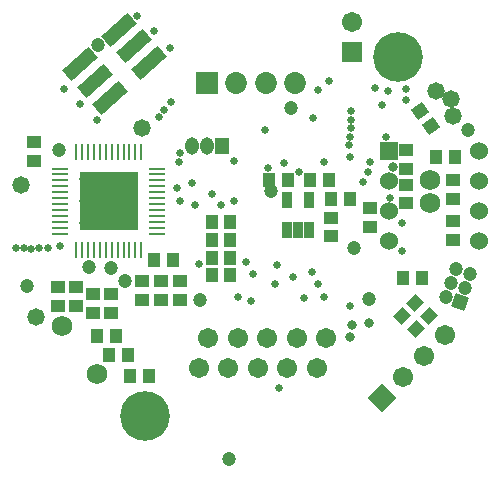
<source format=gbs>
G04*
G04 #@! TF.GenerationSoftware,Altium Limited,Altium Designer,20.0.7 (75)*
G04*
G04 Layer_Color=16711935*
%FSLAX44Y44*%
%MOMM*%
G71*
G01*
G75*
%ADD28R,1.0668X1.1684*%
%ADD30R,1.1684X1.0668*%
%ADD33R,1.2032X1.4732*%
%ADD34O,1.2032X1.4732*%
%ADD35C,1.5240*%
%ADD36R,1.5240X1.5240*%
%ADD37C,1.7032*%
%ADD38R,1.7032X1.7032*%
%ADD39C,1.7272*%
%ADD40R,1.8532X1.8532*%
%ADD41C,1.8532*%
%ADD42P,1.7016X4X385.0*%
%ADD43C,1.2032*%
%ADD44C,4.2032*%
%ADD45P,2.4087X4X90.0*%
%ADD46C,1.4732*%
%ADD47C,0.6532*%
%ADD48C,0.8032*%
%ADD85R,1.4732X0.2286*%
%ADD86R,0.2286X1.4732*%
%ADD87R,5.0038X5.0038*%
G04:AMPARAMS|DCode=93|XSize=1.0668mm|YSize=1.1684mm|CornerRadius=0mm|HoleSize=0mm|Usage=FLASHONLY|Rotation=135.000|XOffset=0mm|YOffset=0mm|HoleType=Round|Shape=Rectangle|*
%AMROTATEDRECTD93*
4,1,4,0.7903,0.0359,-0.0359,-0.7903,-0.7903,-0.0359,0.0359,0.7903,0.7903,0.0359,0.0*
%
%ADD93ROTATEDRECTD93*%

G04:AMPARAMS|DCode=94|XSize=1.0668mm|YSize=1.1684mm|CornerRadius=0mm|HoleSize=0mm|Usage=FLASHONLY|Rotation=125.000|XOffset=0mm|YOffset=0mm|HoleType=Round|Shape=Rectangle|*
%AMROTATEDRECTD94*
4,1,4,0.7845,-0.1018,-0.1726,-0.7720,-0.7845,0.1018,0.1726,0.7720,0.7845,-0.1018,0.0*
%
%ADD94ROTATEDRECTD94*%

G04:AMPARAMS|DCode=95|XSize=3.0032mm|YSize=1.2032mm|CornerRadius=0mm|HoleSize=0mm|Usage=FLASHONLY|Rotation=42.000|XOffset=0mm|YOffset=0mm|HoleType=Round|Shape=Rectangle|*
%AMROTATEDRECTD95*
4,1,4,-0.7134,-1.4518,-1.5185,-0.5577,0.7134,1.4518,1.5185,0.5577,-0.7134,-1.4518,0.0*
%
%ADD95ROTATEDRECTD95*%

%ADD96R,0.8532X1.4532*%
D28*
X30001Y38000D02*
D03*
X13999D02*
D03*
X82001Y22000D02*
D03*
X65999D02*
D03*
X64000Y38000D02*
D03*
X47998D02*
D03*
X154999Y57000D02*
D03*
X171001D02*
D03*
X-104001Y-128000D02*
D03*
X-87999D02*
D03*
X-115999Y-94000D02*
D03*
X-132001D02*
D03*
X-35000Y-28000D02*
D03*
X-18998D02*
D03*
X-67999Y-30000D02*
D03*
X-84001D02*
D03*
X-18998Y2000D02*
D03*
X-35000D02*
D03*
X-122101Y-110700D02*
D03*
X-106099D02*
D03*
X-35001Y-43000D02*
D03*
X-18999D02*
D03*
X-35000Y-13000D02*
D03*
X-18998D02*
D03*
X143001Y-45000D02*
D03*
X126999D02*
D03*
D30*
X-62000Y-47999D02*
D03*
Y-64001D02*
D03*
X-94000D02*
D03*
Y-47999D02*
D03*
X-120000Y-75001D02*
D03*
Y-58999D02*
D03*
X-149600Y-52699D02*
D03*
Y-68701D02*
D03*
X-165100D02*
D03*
Y-52699D02*
D03*
X-78000Y-47999D02*
D03*
Y-64001D02*
D03*
X169000Y38001D02*
D03*
Y21999D02*
D03*
Y3001D02*
D03*
Y-13001D02*
D03*
X66000Y6001D02*
D03*
Y-10001D02*
D03*
X-135000Y-58999D02*
D03*
Y-75001D02*
D03*
X-185000Y70001D02*
D03*
Y53999D02*
D03*
X130000Y63001D02*
D03*
Y46999D02*
D03*
Y17999D02*
D03*
Y34001D02*
D03*
X99000Y-2001D02*
D03*
Y14001D02*
D03*
D33*
X-26600Y66300D02*
D03*
D34*
X-39300D02*
D03*
X-52000D02*
D03*
D35*
X191000Y62200D02*
D03*
Y36800D02*
D03*
Y11400D02*
D03*
Y-14000D02*
D03*
X114800D02*
D03*
Y11400D02*
D03*
Y36800D02*
D03*
D36*
Y62200D02*
D03*
D37*
X84000Y172000D02*
D03*
X54000Y-121000D02*
D03*
X29000D02*
D03*
X4000D02*
D03*
X-21000D02*
D03*
X-46000D02*
D03*
X162882Y-93118D02*
D03*
X144921Y-111079D02*
D03*
X126960Y-129039D02*
D03*
X62000Y-96000D02*
D03*
X37000D02*
D03*
X12000D02*
D03*
X-13000D02*
D03*
X-38000D02*
D03*
D38*
X84000Y146600D02*
D03*
D39*
X150000Y38000D02*
D03*
Y18000D02*
D03*
X-161489Y-85849D02*
D03*
X-132100Y-126300D02*
D03*
D40*
X-39000Y120000D02*
D03*
D41*
X-14000D02*
D03*
X11000D02*
D03*
X36000D02*
D03*
D42*
X175313Y-65868D02*
D03*
D43*
X163379Y-61525D02*
D03*
X179656Y-53934D02*
D03*
X184000Y-42000D02*
D03*
X172066Y-37656D02*
D03*
X167722Y-49591D02*
D03*
X98148Y-63099D02*
D03*
X-191600Y-51700D02*
D03*
X-121700Y38500D02*
D03*
X-122200Y1200D02*
D03*
X-122100Y19800D02*
D03*
X-131000Y152000D02*
D03*
X182000Y80000D02*
D03*
X-103000Y39000D02*
D03*
X-141000D02*
D03*
Y20000D02*
D03*
X-103000D02*
D03*
Y1000D02*
D03*
X-141000D02*
D03*
X-119850Y-37000D02*
D03*
X-108000Y-48000D02*
D03*
X-139000Y-36000D02*
D03*
X-45000Y-64000D02*
D03*
X-20000Y-198000D02*
D03*
X32000Y99000D02*
D03*
X86000Y-20000D02*
D03*
X-164000Y63000D02*
D03*
X15500Y28164D02*
D03*
D44*
X-91700Y-162200D02*
D03*
X123000Y141700D02*
D03*
D45*
X109000Y-147000D02*
D03*
D46*
X155000Y113000D02*
D03*
X168018Y106612D02*
D03*
X169569Y92193D02*
D03*
X-93620Y81870D02*
D03*
X-184000Y-78000D02*
D03*
X-196000Y34000D02*
D03*
D47*
X-79200Y90900D02*
D03*
X-75100Y97300D02*
D03*
X-69400Y103600D02*
D03*
X-163300Y-18100D02*
D03*
X-180900Y-20000D02*
D03*
X-173200Y-19578D02*
D03*
X-200800Y-19900D02*
D03*
X-194000Y-20100D02*
D03*
X-187500Y-20300D02*
D03*
X109400Y101400D02*
D03*
X129500Y105600D02*
D03*
X103000Y115300D02*
D03*
X114600Y113400D02*
D03*
X97700Y44300D02*
D03*
X93100Y35900D02*
D03*
X99000Y53000D02*
D03*
X-64000Y31000D02*
D03*
X-63000Y53000D02*
D03*
X-62000Y61000D02*
D03*
X81750Y67500D02*
D03*
X60000Y53000D02*
D03*
X82000Y74000D02*
D03*
X83000Y82000D02*
D03*
X83000Y89000D02*
D03*
X83000Y96000D02*
D03*
X82000Y57000D02*
D03*
X116000Y23000D02*
D03*
X126000Y1000D02*
D03*
X112725Y74000D02*
D03*
X130000Y115000D02*
D03*
X126000Y-22000D02*
D03*
X55000Y114000D02*
D03*
X-52000Y35000D02*
D03*
X10000Y80000D02*
D03*
X-46000Y-33000D02*
D03*
X22000Y-138000D02*
D03*
X43000Y-62000D02*
D03*
X82000Y-69000D02*
D03*
X55000Y-50000D02*
D03*
X50000Y-40000D02*
D03*
X26000Y52000D02*
D03*
X39000Y45000D02*
D03*
X-16000Y54000D02*
D03*
X13000Y48000D02*
D03*
X-35000Y26000D02*
D03*
X-13000Y-61000D02*
D03*
X-6000Y-32000D02*
D03*
X0Y-42000D02*
D03*
X-2000Y-65000D02*
D03*
X-16000Y20000D02*
D03*
X-27000Y17000D02*
D03*
X-49000D02*
D03*
X-62000Y20000D02*
D03*
X60000Y-61000D02*
D03*
X51000Y90000D02*
D03*
X19000Y-50336D02*
D03*
X34000Y-44000D02*
D03*
X20000Y-34000D02*
D03*
X-132130Y89000D02*
D03*
X-146000Y102000D02*
D03*
X-160000Y114870D02*
D03*
X-98000Y177000D02*
D03*
X-84000Y164000D02*
D03*
X-70000Y150000D02*
D03*
X64000Y122000D02*
D03*
D48*
X119000Y48500D02*
D03*
X98000Y-83000D02*
D03*
X84000Y-85000D02*
D03*
X82000Y-95000D02*
D03*
D85*
X-163148Y-7500D02*
D03*
Y-2500D02*
D03*
Y2500D02*
D03*
Y7500D02*
D03*
Y12500D02*
D03*
Y17500D02*
D03*
Y22500D02*
D03*
Y27500D02*
D03*
Y32500D02*
D03*
Y37500D02*
D03*
Y42500D02*
D03*
Y47500D02*
D03*
X-80852D02*
D03*
Y42500D02*
D03*
Y37500D02*
D03*
Y32500D02*
D03*
Y27500D02*
D03*
Y22500D02*
D03*
Y17500D02*
D03*
Y12500D02*
D03*
Y7500D02*
D03*
Y2500D02*
D03*
Y-2500D02*
D03*
Y-7500D02*
D03*
D86*
X-149500Y61148D02*
D03*
X-144500D02*
D03*
X-139500D02*
D03*
X-134500D02*
D03*
X-129500D02*
D03*
X-124500D02*
D03*
X-119500D02*
D03*
X-114500D02*
D03*
X-109500D02*
D03*
X-104500D02*
D03*
X-99500D02*
D03*
X-94500D02*
D03*
Y-21148D02*
D03*
X-99500D02*
D03*
X-104500D02*
D03*
X-109500D02*
D03*
X-114500D02*
D03*
X-119500D02*
D03*
X-124500D02*
D03*
X-129500D02*
D03*
X-134500D02*
D03*
X-139500D02*
D03*
X-144500D02*
D03*
X-149500D02*
D03*
D87*
X-122000Y20000D02*
D03*
D93*
X126342Y-77342D02*
D03*
X137658Y-88658D02*
D03*
X148658Y-77658D02*
D03*
X137342Y-66342D02*
D03*
D94*
X150589Y83446D02*
D03*
X141411Y96554D02*
D03*
D95*
X-113800Y165236D02*
D03*
X-146498Y135794D02*
D03*
X-101087Y151116D02*
D03*
X-133785Y121674D02*
D03*
X-88373Y136996D02*
D03*
X-121072Y107554D02*
D03*
D96*
X47400Y-4500D02*
D03*
X38000D02*
D03*
X28600D02*
D03*
Y20500D02*
D03*
X47400D02*
D03*
M02*

</source>
